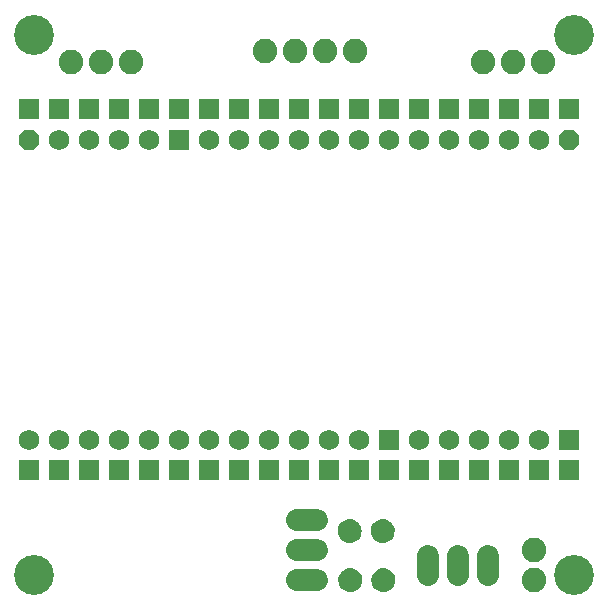
<source format=gbr>
G04 EAGLE Gerber RS-274X export*
G75*
%MOMM*%
%FSLAX34Y34*%
%LPD*%
%INSoldermask Bottom*%
%IPPOS*%
%AMOC8*
5,1,8,0,0,1.08239X$1,22.5*%
G01*
%ADD10C,3.378200*%
%ADD11C,2.082800*%
%ADD12C,1.879600*%
%ADD13C,1.853200*%
%ADD14P,1.869504X8X292.500000*%
%ADD15C,1.727200*%
%ADD16R,1.727200X1.727200*%

G36*
X320284Y52127D02*
X320284Y52127D01*
X320349Y52123D01*
X322180Y52283D01*
X322226Y52296D01*
X322302Y52306D01*
X324066Y52820D01*
X324110Y52841D01*
X324182Y52866D01*
X325812Y53715D01*
X325850Y53744D01*
X325916Y53783D01*
X327349Y54933D01*
X327381Y54969D01*
X327438Y55020D01*
X328619Y56428D01*
X328643Y56469D01*
X328689Y56530D01*
X329234Y57523D01*
X329573Y58142D01*
X329588Y58187D01*
X329622Y58256D01*
X330174Y60009D01*
X330180Y60056D01*
X330200Y60130D01*
X330400Y61957D01*
X330396Y62003D01*
X330402Y62072D01*
X330279Y63748D01*
X330268Y63791D01*
X330262Y63857D01*
X329851Y65487D01*
X329832Y65527D01*
X329814Y65591D01*
X329126Y67124D01*
X329101Y67161D01*
X329072Y67221D01*
X328128Y68611D01*
X328097Y68643D01*
X328059Y68697D01*
X326888Y69903D01*
X326852Y69929D01*
X326804Y69975D01*
X325442Y70959D01*
X325401Y70978D01*
X325347Y71015D01*
X323834Y71748D01*
X323791Y71760D01*
X323731Y71787D01*
X322114Y72245D01*
X322069Y72250D01*
X322005Y72266D01*
X320333Y72437D01*
X320285Y72433D01*
X320206Y72437D01*
X318534Y72271D01*
X318491Y72259D01*
X318426Y72250D01*
X316808Y71796D01*
X316767Y71777D01*
X316704Y71757D01*
X315190Y71029D01*
X315154Y71003D01*
X315095Y70973D01*
X313730Y69992D01*
X313699Y69960D01*
X313646Y69920D01*
X312472Y68718D01*
X312447Y68681D01*
X312402Y68633D01*
X311455Y67245D01*
X311437Y67204D01*
X311401Y67148D01*
X310709Y65617D01*
X310698Y65574D01*
X310672Y65513D01*
X310257Y63884D01*
X310254Y63840D01*
X310239Y63775D01*
X310113Y62100D01*
X310117Y62053D01*
X310115Y61981D01*
X310320Y60146D01*
X310334Y60099D01*
X310346Y60024D01*
X310906Y58263D01*
X310929Y58221D01*
X310955Y58149D01*
X311848Y56532D01*
X311878Y56494D01*
X311918Y56429D01*
X313109Y55017D01*
X313146Y54986D01*
X313198Y54930D01*
X314642Y53777D01*
X314684Y53755D01*
X314746Y53710D01*
X316387Y52861D01*
X316433Y52847D01*
X316502Y52815D01*
X318277Y52302D01*
X318325Y52297D01*
X318400Y52280D01*
X320240Y52123D01*
X320284Y52127D01*
G37*
G36*
X292293Y52127D02*
X292293Y52127D01*
X292358Y52123D01*
X294189Y52283D01*
X294235Y52296D01*
X294311Y52306D01*
X296075Y52820D01*
X296119Y52841D01*
X296191Y52866D01*
X297821Y53715D01*
X297859Y53744D01*
X297925Y53783D01*
X299358Y54933D01*
X299390Y54969D01*
X299447Y55020D01*
X300628Y56428D01*
X300652Y56469D01*
X300698Y56530D01*
X301243Y57523D01*
X301582Y58142D01*
X301597Y58187D01*
X301631Y58256D01*
X302183Y60009D01*
X302189Y60056D01*
X302209Y60130D01*
X302409Y61957D01*
X302405Y62003D01*
X302411Y62072D01*
X302288Y63748D01*
X302277Y63791D01*
X302271Y63857D01*
X301860Y65487D01*
X301841Y65527D01*
X301823Y65591D01*
X301135Y67124D01*
X301110Y67161D01*
X301081Y67221D01*
X300137Y68611D01*
X300106Y68643D01*
X300068Y68697D01*
X298897Y69903D01*
X298861Y69929D01*
X298813Y69975D01*
X297451Y70959D01*
X297410Y70978D01*
X297356Y71015D01*
X295843Y71748D01*
X295800Y71760D01*
X295740Y71787D01*
X294123Y72245D01*
X294078Y72250D01*
X294014Y72266D01*
X292342Y72437D01*
X292294Y72433D01*
X292215Y72437D01*
X290543Y72271D01*
X290500Y72259D01*
X290435Y72250D01*
X288817Y71796D01*
X288776Y71777D01*
X288713Y71757D01*
X287199Y71029D01*
X287163Y71003D01*
X287104Y70973D01*
X285739Y69992D01*
X285708Y69960D01*
X285655Y69920D01*
X284481Y68718D01*
X284456Y68681D01*
X284411Y68633D01*
X283464Y67245D01*
X283446Y67204D01*
X283410Y67148D01*
X282718Y65617D01*
X282707Y65574D01*
X282681Y65513D01*
X282266Y63884D01*
X282263Y63840D01*
X282248Y63775D01*
X282122Y62100D01*
X282126Y62053D01*
X282124Y61981D01*
X282329Y60146D01*
X282343Y60099D01*
X282355Y60024D01*
X282915Y58263D01*
X282938Y58221D01*
X282964Y58149D01*
X283857Y56532D01*
X283887Y56494D01*
X283927Y56429D01*
X285118Y55017D01*
X285155Y54986D01*
X285207Y54930D01*
X286651Y53777D01*
X286693Y53755D01*
X286755Y53710D01*
X288396Y52861D01*
X288442Y52847D01*
X288511Y52815D01*
X290286Y52302D01*
X290334Y52297D01*
X290409Y52280D01*
X292249Y52123D01*
X292293Y52127D01*
G37*
G36*
X320792Y10471D02*
X320792Y10471D01*
X320857Y10467D01*
X322688Y10627D01*
X322734Y10640D01*
X322810Y10650D01*
X324574Y11164D01*
X324618Y11185D01*
X324690Y11210D01*
X326320Y12059D01*
X326358Y12088D01*
X326424Y12127D01*
X327857Y13277D01*
X327889Y13313D01*
X327946Y13364D01*
X329127Y14772D01*
X329151Y14813D01*
X329197Y14874D01*
X329742Y15867D01*
X330081Y16486D01*
X330096Y16531D01*
X330130Y16600D01*
X330682Y18353D01*
X330688Y18400D01*
X330708Y18474D01*
X330908Y20301D01*
X330904Y20347D01*
X330910Y20416D01*
X330787Y22092D01*
X330776Y22135D01*
X330770Y22201D01*
X330359Y23831D01*
X330340Y23871D01*
X330322Y23935D01*
X329634Y25468D01*
X329609Y25505D01*
X329580Y25565D01*
X328636Y26955D01*
X328605Y26987D01*
X328567Y27041D01*
X327396Y28247D01*
X327360Y28273D01*
X327312Y28319D01*
X325950Y29303D01*
X325909Y29322D01*
X325855Y29359D01*
X324342Y30092D01*
X324299Y30104D01*
X324239Y30131D01*
X322622Y30589D01*
X322577Y30594D01*
X322513Y30610D01*
X320841Y30781D01*
X320793Y30777D01*
X320714Y30781D01*
X319042Y30615D01*
X318999Y30603D01*
X318934Y30594D01*
X317316Y30140D01*
X317275Y30121D01*
X317212Y30101D01*
X315698Y29373D01*
X315662Y29347D01*
X315603Y29317D01*
X314238Y28336D01*
X314207Y28304D01*
X314154Y28264D01*
X312980Y27062D01*
X312955Y27025D01*
X312910Y26977D01*
X311963Y25589D01*
X311945Y25548D01*
X311909Y25492D01*
X311217Y23961D01*
X311206Y23918D01*
X311180Y23857D01*
X310765Y22228D01*
X310762Y22184D01*
X310747Y22119D01*
X310621Y20444D01*
X310625Y20397D01*
X310623Y20325D01*
X310828Y18490D01*
X310842Y18443D01*
X310854Y18368D01*
X311414Y16607D01*
X311437Y16565D01*
X311463Y16493D01*
X312356Y14876D01*
X312386Y14838D01*
X312426Y14773D01*
X313617Y13361D01*
X313654Y13330D01*
X313706Y13274D01*
X315150Y12121D01*
X315192Y12099D01*
X315254Y12054D01*
X316895Y11205D01*
X316941Y11191D01*
X317010Y11159D01*
X318785Y10646D01*
X318833Y10641D01*
X318908Y10624D01*
X320748Y10467D01*
X320792Y10471D01*
G37*
G36*
X292801Y10471D02*
X292801Y10471D01*
X292866Y10467D01*
X294697Y10627D01*
X294743Y10640D01*
X294819Y10650D01*
X296583Y11164D01*
X296627Y11185D01*
X296699Y11210D01*
X298329Y12059D01*
X298367Y12088D01*
X298433Y12127D01*
X299866Y13277D01*
X299898Y13313D01*
X299955Y13364D01*
X301136Y14772D01*
X301160Y14813D01*
X301206Y14874D01*
X301751Y15867D01*
X302090Y16486D01*
X302105Y16531D01*
X302139Y16600D01*
X302691Y18353D01*
X302697Y18400D01*
X302717Y18474D01*
X302917Y20301D01*
X302913Y20347D01*
X302919Y20416D01*
X302796Y22092D01*
X302785Y22135D01*
X302779Y22201D01*
X302368Y23831D01*
X302349Y23871D01*
X302331Y23935D01*
X301643Y25468D01*
X301618Y25505D01*
X301589Y25565D01*
X300645Y26955D01*
X300614Y26987D01*
X300576Y27041D01*
X299405Y28247D01*
X299369Y28273D01*
X299321Y28319D01*
X297959Y29303D01*
X297918Y29322D01*
X297864Y29359D01*
X296351Y30092D01*
X296308Y30104D01*
X296248Y30131D01*
X294631Y30589D01*
X294586Y30594D01*
X294522Y30610D01*
X292850Y30781D01*
X292802Y30777D01*
X292723Y30781D01*
X291051Y30615D01*
X291008Y30603D01*
X290943Y30594D01*
X289325Y30140D01*
X289284Y30121D01*
X289221Y30101D01*
X287707Y29373D01*
X287671Y29347D01*
X287612Y29317D01*
X286247Y28336D01*
X286216Y28304D01*
X286163Y28264D01*
X284989Y27062D01*
X284964Y27025D01*
X284919Y26977D01*
X283972Y25589D01*
X283954Y25548D01*
X283918Y25492D01*
X283226Y23961D01*
X283215Y23918D01*
X283189Y23857D01*
X282774Y22228D01*
X282771Y22184D01*
X282756Y22119D01*
X282630Y20444D01*
X282634Y20397D01*
X282632Y20325D01*
X282837Y18490D01*
X282851Y18443D01*
X282863Y18368D01*
X283423Y16607D01*
X283446Y16565D01*
X283472Y16493D01*
X284365Y14876D01*
X284395Y14838D01*
X284435Y14773D01*
X285626Y13361D01*
X285663Y13330D01*
X285715Y13274D01*
X287159Y12121D01*
X287201Y12099D01*
X287263Y12054D01*
X288904Y11205D01*
X288950Y11191D01*
X289019Y11159D01*
X290794Y10646D01*
X290842Y10641D01*
X290917Y10624D01*
X292757Y10467D01*
X292801Y10471D01*
G37*
D10*
X25400Y482600D03*
X25400Y25400D03*
X482600Y25400D03*
X482600Y482600D03*
D11*
X220218Y468376D03*
X245618Y468376D03*
X271018Y468376D03*
X296418Y468376D03*
X106934Y459486D03*
X81534Y459486D03*
X56134Y459486D03*
X404876Y459740D03*
X430276Y459740D03*
X455676Y459740D03*
D12*
X264668Y20828D02*
X247904Y20828D01*
X247904Y46228D02*
X264668Y46228D01*
X264668Y71628D02*
X247904Y71628D01*
D11*
X448056Y46482D03*
X448056Y21082D03*
D13*
X409702Y24770D02*
X409702Y41270D01*
X384302Y41270D02*
X384302Y24770D01*
X358902Y24770D02*
X358902Y41270D01*
D14*
X21082Y393192D03*
D15*
X46482Y393192D03*
X71882Y393192D03*
X97282Y393192D03*
X122682Y393192D03*
D16*
X148082Y393192D03*
D15*
X173482Y393192D03*
X198882Y393192D03*
X224282Y393192D03*
X249682Y393192D03*
X275082Y393192D03*
X300482Y393192D03*
X325882Y393192D03*
X351282Y393192D03*
X376682Y393192D03*
X402082Y393192D03*
X427482Y393192D03*
X452882Y393192D03*
D14*
X478282Y393192D03*
D15*
X21082Y139192D03*
X46482Y139192D03*
X71882Y139192D03*
X97282Y139192D03*
X122682Y139192D03*
X148082Y139192D03*
X173482Y139192D03*
X198882Y139192D03*
X224282Y139192D03*
X249682Y139192D03*
X275082Y139192D03*
X300482Y139192D03*
D16*
X325882Y139192D03*
D15*
X351282Y139192D03*
X376682Y139192D03*
X402082Y139192D03*
X427482Y139192D03*
X452882Y139192D03*
D16*
X478282Y139192D03*
X478028Y114300D03*
X452628Y114300D03*
X427228Y114300D03*
X401828Y114300D03*
X376428Y114300D03*
X351028Y114300D03*
X325628Y114300D03*
X300228Y114300D03*
X274828Y114300D03*
X249428Y114300D03*
X224028Y114300D03*
X198628Y114300D03*
X173228Y114300D03*
X147828Y114300D03*
X122428Y114300D03*
X97028Y114300D03*
X71628Y114300D03*
X46228Y114300D03*
X20828Y114300D03*
X21082Y419354D03*
X46482Y419354D03*
X71882Y419354D03*
X97282Y419354D03*
X122682Y419354D03*
X148082Y419354D03*
X173482Y419354D03*
X198882Y419354D03*
X224282Y419354D03*
X249682Y419354D03*
X275082Y419354D03*
X300482Y419354D03*
X325882Y419354D03*
X351282Y419354D03*
X376682Y419354D03*
X402082Y419354D03*
X427482Y419354D03*
X452882Y419354D03*
X478282Y419354D03*
M02*

</source>
